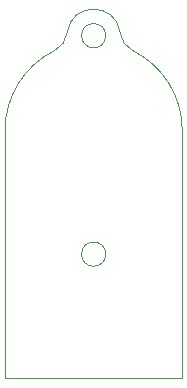
<source format=gm1>
G04 #@! TF.FileFunction,Profile,NP*
%FSLAX46Y46*%
G04 Gerber Fmt 4.6, Leading zero omitted, Abs format (unit mm)*
G04 Created by KiCad (PCBNEW 4.0.7) date Sat Jun  9 20:24:17 2018*
%MOMM*%
%LPD*%
G01*
G04 APERTURE LIST*
%ADD10C,0.100000*%
G04 APERTURE END LIST*
D10*
X58525000Y-36000000D02*
G75*
G03X58525000Y-36000000I-1025000J0D01*
G01*
X50000000Y-44000000D02*
G75*
G02X54169147Y-37280222I7500000J0D01*
G01*
X58525000Y-54500000D02*
G75*
G03X58525000Y-54500000I-1025000J0D01*
G01*
X60830854Y-37280222D02*
G75*
G02X59733631Y-35729090I888227J1791941D01*
G01*
X55266369Y-35729090D02*
G75*
G02X59733631Y-35729090I2233631J-270910D01*
G01*
X55266369Y-35729090D02*
G75*
G02X54169147Y-37280222I-1985450J240809D01*
G01*
X65000000Y-65000000D02*
X50000000Y-65000000D01*
X65000000Y-44000000D02*
X65000000Y-65000000D01*
X60830853Y-37280222D02*
G75*
G02X65000000Y-44000000I-3330853J-6719778D01*
G01*
X50000000Y-65000000D02*
X50000000Y-44000000D01*
M02*

</source>
